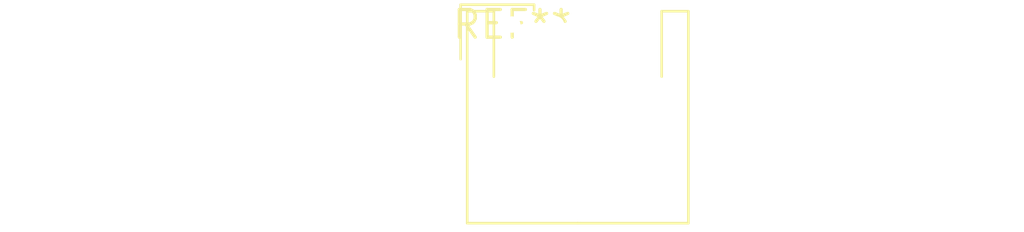
<source format=kicad_pcb>
(kicad_pcb (version 20240108) (generator pcbnew)
  (layers (0 "F.Cu" signal) (31 "B.Cu" signal) (34 "B.Paste" user) (35 "F.Paste" user) (36 "B.SilkS" user "B.Silkscreen") (37 "F.SilkS" user "F.Silkscreen") (38 "B.Mask" user) (39 "F.Mask" user) (44 "Edge.Cuts" user))
  (net 0 "")
  (footprint "JST_PHD_S8B-PHDSS_2x04_P2.00mm_Horizontal" (layer "F.Cu") (at 0 0)
    (property "Reference" "REF**")
    (property "Value" "JST_PHD_S8B-PHDSS_2x04_P2.00mm_Horizontal")
    (fp_line (start -2.36 -0.91) (end -2.36 1.59) (layer "F.SilkS") (stroke (width 0.12)))
    (fp_line (start -2.06 -0.61) (end -2.06 9.11) (layer "F.SilkS") (stroke (width 0.12)))
    (fp_line (start -2.06 9.11) (end 3 9.11) (layer "F.SilkS") (stroke (width 0.12)))
    (fp_line (start -0.84 -0.61) (end -2.06 -0.61) (layer "F.SilkS") (stroke (width 0.12)))
    (fp_line (start -0.84 2.39) (end -0.84 -0.61) (layer "F.SilkS") (stroke (width 0.12)))
    (fp_line (start 1 -0.91) (end -2.36 -0.91) (layer "F.SilkS") (stroke (width 0.12)))
    (fp_line (start 1 -0.66) (end 1 -0.91) (layer "F.SilkS") (stroke (width 0.12)))
    (fp_line (start 6.84 -0.61) (end 8.06 -0.61) (layer "F.SilkS") (stroke (width 0.12)))
    (fp_line (start 6.84 2.39) (end 6.84 -0.61) (layer "F.SilkS") (stroke (width 0.12)))
    (fp_line (start 8.06 -0.61) (end 8.06 9.11) (layer "F.SilkS") (stroke (width 0.12)))
    (fp_line (start 8.06 9.11) (end 3 9.11) (layer "F.SilkS") (stroke (width 0.12)))
    (pad "1" thru_hole roundrect (at 0 0) (size 1.2 1.2) (drill 0.75) (layers *.Cu *.Mask) (remove_unused_layers) (roundrect_rratio 0.208333))
    (pad "2" thru_hole circle (at 0 2) (size 1.2 1.2) (drill 0.75) (layers *.Cu *.Mask) (remove_unused_layers))
    (pad "3" thru_hole circle (at 2 0) (size 1.2 1.2) (drill 0.75) (layers *.Cu *.Mask) (remove_unused_layers))
    (pad "4" thru_hole circle (at 2 2) (size 1.2 1.2) (drill 0.75) (layers *.Cu *.Mask) (remove_unused_layers))
    (pad "5" thru_hole circle (at 4 0) (size 1.2 1.2) (drill 0.75) (layers *.Cu *.Mask) (remove_unused_layers))
    (pad "6" thru_hole circle (at 4 2) (size 1.2 1.2) (drill 0.75) (layers *.Cu *.Mask) (remove_unused_layers))
    (pad "7" thru_hole circle (at 6 0) (size 1.2 1.2) (drill 0.75) (layers *.Cu *.Mask) (remove_unused_layers))
    (pad "8" thru_hole circle (at 6 2) (size 1.2 1.2) (drill 0.75) (layers *.Cu *.Mask) (remove_unused_layers))
  )
)
</source>
